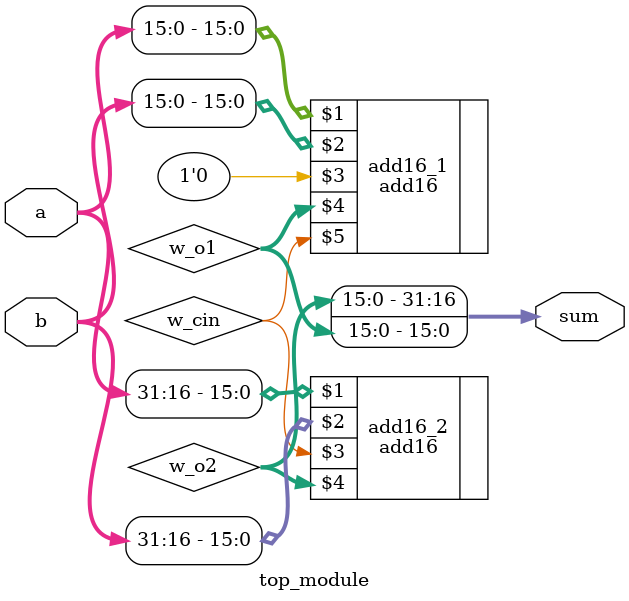
<source format=v>
module top_module(
    input [31:0] a,
    input [31:0] b,
    output [31:0] sum
);
    wire[15:0] w_o1, w_o2;
    wire w_cin;
    add16 add16_1(a[15-:16], b[15-:16], 1'b0, w_o1, w_cin);
    add16 add16_2(a[31-:16], b[31-:16], w_cin, w_o2);
    assign sum = {w_o2, w_o1};

endmodule

</source>
